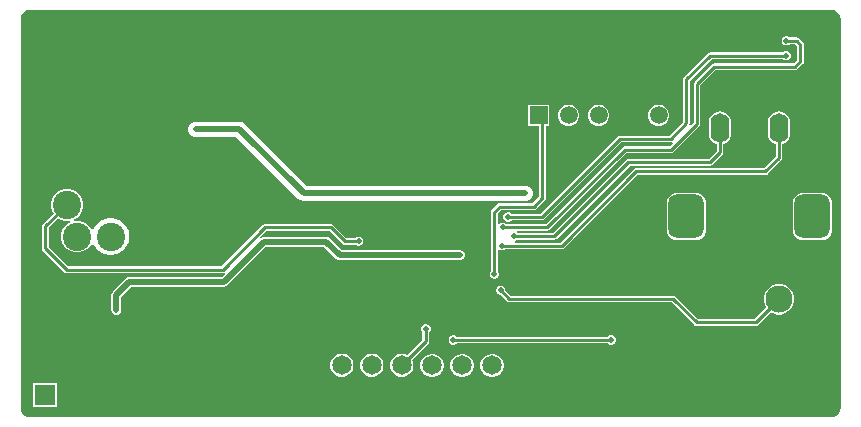
<source format=gtl>
G04*
G04 #@! TF.GenerationSoftware,Altium Limited,Altium Designer,23.8.1 (32)*
G04*
G04 Layer_Physical_Order=1*
G04 Layer_Color=16711680*
%FSLAX25Y25*%
%MOIN*%
G70*
G04*
G04 #@! TF.SameCoordinates,45B655E0-0CFB-48ED-97EE-2201F2EA58C2*
G04*
G04*
G04 #@! TF.FilePolarity,Positive*
G04*
G01*
G75*
%ADD11C,0.01000*%
%ADD21C,0.01968*%
%ADD22R,0.05906X0.05906*%
%ADD23C,0.05906*%
%ADD24C,0.09449*%
%ADD25C,0.06496*%
%ADD26R,0.06496X0.06496*%
%ADD27O,0.06299X0.09843*%
%ADD28C,0.09055*%
%ADD29R,0.06693X0.06693*%
G04:AMPARAMS|DCode=30|XSize=118.11mil|YSize=145.67mil|CornerRadius=29.53mil|HoleSize=0mil|Usage=FLASHONLY|Rotation=180.000|XOffset=0mil|YOffset=0mil|HoleType=Round|Shape=RoundedRectangle|*
%AMROUNDEDRECTD30*
21,1,0.11811,0.08661,0,0,180.0*
21,1,0.05906,0.14567,0,0,180.0*
1,1,0.05906,-0.02953,0.04331*
1,1,0.05906,0.02953,0.04331*
1,1,0.05906,0.02953,-0.04331*
1,1,0.05906,-0.02953,-0.04331*
%
%ADD30ROUNDEDRECTD30*%
%ADD31C,0.01968*%
G36*
X271654Y136669D02*
X272381Y136574D01*
X273059Y136293D01*
X273641Y135846D01*
X274088Y135264D01*
X274369Y134586D01*
X274465Y133858D01*
X274469D01*
Y3937D01*
X274465D01*
X274369Y3209D01*
X274088Y2531D01*
X273641Y1949D01*
X273059Y1503D01*
X272381Y1222D01*
X271654Y1126D01*
Y1122D01*
X3937D01*
Y1126D01*
X3209Y1222D01*
X2531Y1503D01*
X1949Y1949D01*
X1503Y2531D01*
X1222Y3209D01*
X1126Y3937D01*
X1122D01*
Y133858D01*
X1126D01*
X1222Y134586D01*
X1503Y135264D01*
X1949Y135846D01*
X2531Y136293D01*
X3209Y136574D01*
X3937Y136669D01*
Y136674D01*
X271654D01*
Y136669D01*
D02*
G37*
%LPC*%
G36*
X256715Y128084D02*
X256085D01*
X255503Y127843D01*
X255057Y127397D01*
X254816Y126815D01*
Y126185D01*
X255057Y125603D01*
X255503Y125157D01*
X256085Y124916D01*
X256715D01*
X257297Y125157D01*
X257519Y125378D01*
X259335D01*
X259979Y124735D01*
Y120065D01*
X258835Y118922D01*
X232300D01*
X232300Y118922D01*
X231871Y118836D01*
X231507Y118593D01*
X231507Y118593D01*
X225807Y112893D01*
X225564Y112529D01*
X225478Y112100D01*
X225479Y112100D01*
Y99265D01*
X224528Y98314D01*
X224284Y98440D01*
X224115Y98608D01*
X224186Y98965D01*
X224186Y98965D01*
Y113100D01*
X231465Y120378D01*
X255181D01*
X255403Y120157D01*
X255985Y119916D01*
X256615D01*
X257197Y120157D01*
X257643Y120603D01*
X257884Y121185D01*
Y121815D01*
X257643Y122397D01*
X257197Y122843D01*
X256615Y123084D01*
X255985D01*
X255403Y122843D01*
X255181Y122622D01*
X231000D01*
X230571Y122536D01*
X230207Y122293D01*
X230207Y122293D01*
X222271Y114357D01*
X222028Y113994D01*
X221943Y113565D01*
X221943Y113564D01*
Y99429D01*
X217371Y94857D01*
X200836D01*
X200835Y94857D01*
X200406Y94772D01*
X200043Y94529D01*
X174335Y68822D01*
X164819D01*
X164597Y69043D01*
X164015Y69284D01*
X163385D01*
X162803Y69043D01*
X162357Y68597D01*
X162116Y68015D01*
Y67385D01*
X162357Y66803D01*
X162803Y66357D01*
X163385Y66116D01*
X164015D01*
X164597Y66357D01*
X164819Y66578D01*
X174800D01*
X174800Y66578D01*
X175229Y66664D01*
X175593Y66907D01*
X201300Y92614D01*
X217835D01*
X217835Y92614D01*
X218192Y92685D01*
X218360Y92516D01*
X218486Y92272D01*
X217535Y91322D01*
X202600D01*
X202600Y91322D01*
X202171Y91236D01*
X201807Y90993D01*
X201807Y90993D01*
X176235Y65422D01*
X162910D01*
X162688Y65643D01*
X162106Y65884D01*
X161476D01*
X160893Y65643D01*
X160728Y65478D01*
X160228Y65685D01*
Y69042D01*
X161271Y70085D01*
X172206D01*
X172206Y70085D01*
X172635Y70170D01*
X172999Y70413D01*
X175893Y73307D01*
X176136Y73671D01*
X176222Y74100D01*
X176222Y74100D01*
Y98047D01*
X177353D01*
Y105153D01*
X170247D01*
Y98047D01*
X173978D01*
Y74565D01*
X171742Y72328D01*
X160806D01*
X160377Y72242D01*
X160013Y71999D01*
X160013Y71999D01*
X158313Y70299D01*
X158070Y69936D01*
X157985Y69506D01*
X157985Y69506D01*
Y49713D01*
X157763Y49491D01*
X157522Y48909D01*
Y48279D01*
X157763Y47696D01*
X158209Y47251D01*
X158791Y47009D01*
X159421D01*
X160004Y47251D01*
X160449Y47696D01*
X160691Y48279D01*
Y48909D01*
X160449Y49491D01*
X160228Y49713D01*
Y56625D01*
X160703Y56857D01*
X161285Y56616D01*
X161915D01*
X162497Y56857D01*
X162619Y56978D01*
X181600D01*
X181600Y56978D01*
X182029Y57064D01*
X182393Y57307D01*
X206865Y81778D01*
X249400D01*
X249400Y81778D01*
X249829Y81864D01*
X250193Y82107D01*
X254730Y86644D01*
X254730Y86644D01*
X254973Y87008D01*
X255059Y87437D01*
X255059Y87437D01*
Y92075D01*
X255828Y92394D01*
X256611Y92995D01*
X257212Y93778D01*
X257590Y94690D01*
X257719Y95669D01*
Y99213D01*
X257590Y100191D01*
X257212Y101104D01*
X256611Y101887D01*
X255828Y102488D01*
X254916Y102866D01*
X253937Y102995D01*
X252958Y102866D01*
X252046Y102488D01*
X251263Y101887D01*
X250662Y101104D01*
X250284Y100191D01*
X250155Y99213D01*
Y95669D01*
X250284Y94690D01*
X250662Y93778D01*
X251263Y92995D01*
X252046Y92394D01*
X252816Y92075D01*
Y87902D01*
X248935Y84022D01*
X206400D01*
X206400Y84022D01*
X205971Y83936D01*
X205607Y83693D01*
X205607Y83693D01*
X181135Y59222D01*
X165829D01*
X165815Y59716D01*
X166397Y59957D01*
X166619Y60178D01*
X179000D01*
X179000Y60178D01*
X179429Y60264D01*
X179793Y60507D01*
X204165Y84878D01*
X231000D01*
X231000Y84878D01*
X231429Y84964D01*
X231793Y85207D01*
X235045Y88459D01*
X235288Y88823D01*
X235373Y89252D01*
X235373Y89252D01*
Y92075D01*
X236143Y92394D01*
X236926Y92995D01*
X237527Y93778D01*
X237905Y94690D01*
X238034Y95669D01*
Y99213D01*
X237905Y100191D01*
X237527Y101104D01*
X236926Y101887D01*
X236143Y102488D01*
X235231Y102866D01*
X234252Y102995D01*
X233273Y102866D01*
X232361Y102488D01*
X231578Y101887D01*
X230977Y101104D01*
X230599Y100191D01*
X230470Y99213D01*
Y95669D01*
X230599Y94690D01*
X230977Y93778D01*
X231578Y92995D01*
X232361Y92394D01*
X233130Y92075D01*
Y89717D01*
X230535Y87122D01*
X203700D01*
X203271Y87036D01*
X202907Y86793D01*
X202907Y86793D01*
X178535Y62422D01*
X166696D01*
X166455Y62678D01*
X166632Y63178D01*
X176700D01*
X176700Y63178D01*
X177129Y63264D01*
X177493Y63507D01*
X203065Y89078D01*
X218000D01*
X218000Y89078D01*
X218429Y89164D01*
X218793Y89407D01*
X227393Y98007D01*
X227393Y98007D01*
X227636Y98371D01*
X227722Y98800D01*
X227722Y98800D01*
Y111635D01*
X232765Y116678D01*
X259300D01*
X259300Y116678D01*
X259729Y116764D01*
X260093Y117007D01*
X261893Y118807D01*
X261893Y118807D01*
X262136Y119171D01*
X262222Y119600D01*
Y125200D01*
X262222Y125200D01*
X262136Y125629D01*
X261893Y125993D01*
X261893Y125993D01*
X260593Y127293D01*
X260229Y127536D01*
X259800Y127622D01*
X259800Y127622D01*
X257519D01*
X257297Y127843D01*
X256715Y128084D01*
D02*
G37*
G36*
X214268Y105153D02*
X213332D01*
X212429Y104911D01*
X211619Y104443D01*
X210957Y103781D01*
X210489Y102971D01*
X210247Y102068D01*
Y101132D01*
X210489Y100229D01*
X210957Y99419D01*
X211619Y98757D01*
X212429Y98289D01*
X213332Y98047D01*
X214268D01*
X215171Y98289D01*
X215981Y98757D01*
X216643Y99419D01*
X217111Y100229D01*
X217353Y101132D01*
Y102068D01*
X217111Y102971D01*
X216643Y103781D01*
X215981Y104443D01*
X215171Y104911D01*
X214268Y105153D01*
D02*
G37*
G36*
X194268D02*
X193332D01*
X192429Y104911D01*
X191619Y104443D01*
X190957Y103781D01*
X190489Y102971D01*
X190247Y102068D01*
Y101132D01*
X190489Y100229D01*
X190957Y99419D01*
X191619Y98757D01*
X192429Y98289D01*
X193332Y98047D01*
X194268D01*
X195171Y98289D01*
X195981Y98757D01*
X196643Y99419D01*
X197111Y100229D01*
X197353Y101132D01*
Y102068D01*
X197111Y102971D01*
X196643Y103781D01*
X195981Y104443D01*
X195171Y104911D01*
X194268Y105153D01*
D02*
G37*
G36*
X184268D02*
X183332D01*
X182429Y104911D01*
X181619Y104443D01*
X180957Y103781D01*
X180489Y102971D01*
X180247Y102068D01*
Y101132D01*
X180489Y100229D01*
X180957Y99419D01*
X181619Y98757D01*
X182429Y98289D01*
X183332Y98047D01*
X184268D01*
X185171Y98289D01*
X185981Y98757D01*
X186643Y99419D01*
X187111Y100229D01*
X187353Y101132D01*
Y102068D01*
X187111Y102971D01*
X186643Y103781D01*
X185981Y104443D01*
X185171Y104911D01*
X184268Y105153D01*
D02*
G37*
G36*
X74100Y99533D02*
X59500D01*
X59255Y99484D01*
X59006D01*
X58775Y99389D01*
X58531Y99340D01*
X58323Y99202D01*
X58093Y99106D01*
X57916Y98930D01*
X57709Y98791D01*
X57570Y98584D01*
X57394Y98407D01*
X57298Y98177D01*
X57160Y97969D01*
X57111Y97725D01*
X57016Y97494D01*
Y97245D01*
X56967Y97000D01*
X57016Y96755D01*
Y96506D01*
X57111Y96275D01*
X57160Y96031D01*
X57298Y95823D01*
X57394Y95593D01*
X57570Y95416D01*
X57709Y95209D01*
X57916Y95070D01*
X58093Y94894D01*
X58323Y94798D01*
X58531Y94660D01*
X58775Y94611D01*
X59006Y94516D01*
X59255D01*
X59500Y94467D01*
X73051D01*
X93709Y73809D01*
X94531Y73260D01*
X95500Y73067D01*
X169400D01*
X169645Y73116D01*
X169894D01*
X170125Y73211D01*
X170369Y73260D01*
X170577Y73399D01*
X170807Y73494D01*
X170984Y73670D01*
X171191Y73809D01*
X171330Y74016D01*
X171506Y74193D01*
X171601Y74423D01*
X171740Y74631D01*
X171789Y74875D01*
X171884Y75106D01*
Y75355D01*
X171933Y75600D01*
X171884Y75845D01*
Y76094D01*
X171789Y76325D01*
X171740Y76569D01*
X171601Y76777D01*
X171506Y77007D01*
X171330Y77184D01*
X171191Y77391D01*
X170984Y77530D01*
X170807Y77706D01*
X170577Y77802D01*
X170369Y77940D01*
X170125Y77989D01*
X169894Y78084D01*
X169645D01*
X169400Y78133D01*
X96549D01*
X75891Y98791D01*
X75069Y99340D01*
X74100Y99533D01*
D02*
G37*
G36*
X268047Y75812D02*
X262142D01*
X261214Y75690D01*
X260350Y75332D01*
X259608Y74762D01*
X259038Y74020D01*
X258680Y73156D01*
X258558Y72228D01*
Y63567D01*
X258680Y62639D01*
X259038Y61775D01*
X259608Y61033D01*
X260350Y60464D01*
X261214Y60106D01*
X262142Y59983D01*
X268047D01*
X268975Y60106D01*
X269839Y60464D01*
X270581Y61033D01*
X271151Y61775D01*
X271509Y62639D01*
X271631Y63567D01*
Y72228D01*
X271509Y73156D01*
X271151Y74020D01*
X270581Y74762D01*
X269839Y75332D01*
X268975Y75690D01*
X268047Y75812D01*
D02*
G37*
G36*
X226047D02*
X220142D01*
X219214Y75690D01*
X218350Y75332D01*
X217608Y74762D01*
X217038Y74020D01*
X216680Y73156D01*
X216558Y72228D01*
Y63567D01*
X216680Y62639D01*
X217038Y61775D01*
X217608Y61033D01*
X218350Y60464D01*
X219214Y60106D01*
X220142Y59983D01*
X226047D01*
X226975Y60106D01*
X227839Y60464D01*
X228581Y61033D01*
X229151Y61775D01*
X229509Y62639D01*
X229631Y63567D01*
Y72228D01*
X229509Y73156D01*
X229151Y74020D01*
X228581Y74762D01*
X227839Y75332D01*
X226975Y75690D01*
X226047Y75812D01*
D02*
G37*
G36*
X17321Y77116D02*
X15919D01*
X14565Y76753D01*
X13351Y76052D01*
X12359Y75061D01*
X11658Y73847D01*
X11295Y72492D01*
Y71091D01*
X11658Y69736D01*
X12141Y68899D01*
X8607Y65365D01*
X8364Y65001D01*
X8278Y64572D01*
X8278Y64572D01*
Y57300D01*
X8278Y57300D01*
X8364Y56871D01*
X8607Y56507D01*
X15707Y49407D01*
X15707Y49407D01*
X16071Y49164D01*
X16500Y49078D01*
X16500Y49078D01*
X68500D01*
X68500Y49078D01*
X68929Y49164D01*
X69059Y49251D01*
X69378Y48862D01*
X68231Y47715D01*
X37400D01*
X36782Y47592D01*
X36258Y47242D01*
X31906Y42890D01*
X31556Y42366D01*
X31433Y41748D01*
Y36600D01*
X31464Y36444D01*
Y36285D01*
X31525Y36138D01*
X31556Y35982D01*
X31644Y35850D01*
X31705Y35703D01*
X31817Y35590D01*
X31906Y35458D01*
X32038Y35369D01*
X32151Y35257D01*
X32298Y35196D01*
X32430Y35108D01*
X32586Y35077D01*
X32733Y35016D01*
X32892D01*
X33048Y34985D01*
X33204Y35016D01*
X33363D01*
X33510Y35077D01*
X33666Y35108D01*
X33798Y35196D01*
X33945Y35257D01*
X34058Y35369D01*
X34190Y35458D01*
X34279Y35590D01*
X34391Y35703D01*
X34452Y35850D01*
X34540Y35982D01*
X34571Y36138D01*
X34632Y36285D01*
Y36444D01*
X34663Y36600D01*
Y41079D01*
X38069Y44485D01*
X68900D01*
X69518Y44608D01*
X70042Y44958D01*
X82969Y57885D01*
X102331D01*
X106358Y53858D01*
X106882Y53508D01*
X107500Y53385D01*
X147700D01*
X147856Y53416D01*
X148015D01*
X148162Y53477D01*
X148318Y53508D01*
X148450Y53596D01*
X148597Y53657D01*
X148710Y53769D01*
X148842Y53858D01*
X148931Y53990D01*
X149043Y54103D01*
X149104Y54250D01*
X149192Y54382D01*
X149223Y54538D01*
X149284Y54685D01*
Y54844D01*
X149315Y55000D01*
X149284Y55156D01*
Y55315D01*
X149223Y55462D01*
X149192Y55618D01*
X149104Y55750D01*
X149043Y55897D01*
X148931Y56010D01*
X148842Y56142D01*
X148710Y56231D01*
X148597Y56343D01*
X148450Y56404D01*
X148318Y56492D01*
X148162Y56523D01*
X148015Y56584D01*
X147856D01*
X147700Y56615D01*
X108169D01*
X104142Y60642D01*
X103618Y60992D01*
X103000Y61115D01*
X82300D01*
X81682Y60992D01*
X81392Y60798D01*
X81073Y61187D01*
X83065Y63178D01*
X104135D01*
X108507Y58807D01*
X108507Y58807D01*
X108871Y58564D01*
X109300Y58478D01*
X112681D01*
X112903Y58257D01*
X113485Y58016D01*
X114115D01*
X114697Y58257D01*
X115143Y58703D01*
X115384Y59285D01*
Y59915D01*
X115143Y60497D01*
X114697Y60943D01*
X114115Y61184D01*
X113485D01*
X112903Y60943D01*
X112681Y60722D01*
X109765D01*
X105393Y65093D01*
X105029Y65336D01*
X104600Y65422D01*
X104600Y65422D01*
X82600D01*
X82600Y65422D01*
X82171Y65336D01*
X81807Y65093D01*
X81807Y65093D01*
X68035Y51322D01*
X16965D01*
X10522Y57765D01*
Y64107D01*
X13728Y67313D01*
X14565Y66830D01*
X15919Y66467D01*
X17321D01*
X17595Y66541D01*
X17788Y66075D01*
X16776Y65491D01*
X15785Y64499D01*
X15084Y63285D01*
X14721Y61931D01*
Y60529D01*
X15084Y59175D01*
X15785Y57961D01*
X16776Y56969D01*
X17990Y56268D01*
X19345Y55905D01*
X20746D01*
X22101Y56268D01*
X23315Y56969D01*
X24306Y57961D01*
X24833Y58873D01*
X25390Y58837D01*
X25620Y58282D01*
X26301Y57262D01*
X27168Y56395D01*
X28187Y55714D01*
X29320Y55245D01*
X30523Y55006D01*
X31749D01*
X32951Y55245D01*
X34084Y55714D01*
X35103Y56395D01*
X35970Y57262D01*
X36652Y58282D01*
X37121Y59414D01*
X37360Y60617D01*
Y61843D01*
X37121Y63046D01*
X36652Y64178D01*
X35970Y65198D01*
X35103Y66065D01*
X34084Y66746D01*
X32951Y67215D01*
X31749Y67454D01*
X30523D01*
X29320Y67215D01*
X28187Y66746D01*
X27168Y66065D01*
X26301Y65198D01*
X25620Y64178D01*
X25390Y63623D01*
X24833Y63586D01*
X24306Y64499D01*
X23315Y65491D01*
X22101Y66192D01*
X20746Y66554D01*
X19345D01*
X19070Y66481D01*
X18877Y66947D01*
X19889Y67531D01*
X20880Y68522D01*
X21581Y69736D01*
X21944Y71091D01*
Y72492D01*
X21581Y73847D01*
X20880Y75061D01*
X19889Y76052D01*
X18675Y76753D01*
X17321Y77116D01*
D02*
G37*
G36*
X254612Y45482D02*
X253262D01*
X251958Y45132D01*
X250789Y44457D01*
X249834Y43503D01*
X249159Y42333D01*
X248810Y41029D01*
Y39679D01*
X249159Y38375D01*
X249603Y37606D01*
X245718Y33722D01*
X226965D01*
X219539Y41147D01*
X219175Y41390D01*
X218746Y41476D01*
X218746Y41476D01*
X164556D01*
X162730Y43302D01*
Y43615D01*
X162488Y44197D01*
X162043Y44643D01*
X161460Y44884D01*
X160830D01*
X160248Y44643D01*
X159802Y44197D01*
X159561Y43615D01*
Y42985D01*
X159802Y42403D01*
X160248Y41957D01*
X160830Y41716D01*
X161143D01*
X163298Y39561D01*
X163298Y39561D01*
X163662Y39318D01*
X164091Y39233D01*
X164091Y39233D01*
X218281D01*
X225707Y31807D01*
X225707Y31807D01*
X226071Y31564D01*
X226500Y31478D01*
X226500Y31478D01*
X246183D01*
X246183Y31478D01*
X246612Y31564D01*
X246976Y31807D01*
X251189Y36020D01*
X251958Y35576D01*
X253262Y35227D01*
X254612D01*
X255916Y35576D01*
X257085Y36251D01*
X258040Y37206D01*
X258715Y38375D01*
X259065Y39679D01*
Y41029D01*
X258715Y42333D01*
X258040Y43503D01*
X257085Y44457D01*
X255916Y45132D01*
X254612Y45482D01*
D02*
G37*
G36*
X198302Y28271D02*
X197671D01*
X197089Y28030D01*
X196868Y27808D01*
X146532D01*
X146311Y28030D01*
X145729Y28271D01*
X145098D01*
X144516Y28030D01*
X144070Y27584D01*
X143829Y27002D01*
Y26371D01*
X144070Y25789D01*
X144516Y25343D01*
X145098Y25102D01*
X145729D01*
X146311Y25343D01*
X146532Y25565D01*
X196868D01*
X197089Y25343D01*
X197671Y25102D01*
X198302D01*
X198884Y25343D01*
X199329Y25789D01*
X199571Y26371D01*
Y27002D01*
X199329Y27584D01*
X198884Y28030D01*
X198302Y28271D01*
D02*
G37*
G36*
X136525Y32094D02*
X135895D01*
X135313Y31853D01*
X134867Y31408D01*
X134626Y30825D01*
Y30195D01*
X134867Y29613D01*
X135089Y29391D01*
Y26771D01*
X130055Y21737D01*
X129729Y21926D01*
X128750Y22188D01*
X127737D01*
X126759Y21926D01*
X125881Y21419D01*
X125165Y20703D01*
X124658Y19825D01*
X124396Y18847D01*
Y17833D01*
X124658Y16855D01*
X125165Y15977D01*
X125881Y15261D01*
X126759Y14754D01*
X127737Y14492D01*
X128750D01*
X129729Y14754D01*
X130606Y15261D01*
X131323Y15977D01*
X131830Y16855D01*
X132092Y17833D01*
Y18847D01*
X131830Y19825D01*
X131641Y20151D01*
X137003Y25513D01*
X137003Y25513D01*
X137246Y25877D01*
X137332Y26306D01*
X137332Y26307D01*
Y29391D01*
X137553Y29613D01*
X137794Y30195D01*
Y30825D01*
X137553Y31408D01*
X137108Y31853D01*
X136525Y32094D01*
D02*
G37*
G36*
X118750Y22188D02*
X117737D01*
X116759Y21926D01*
X115881Y21419D01*
X115165Y20703D01*
X114658Y19825D01*
X114396Y18847D01*
Y17833D01*
X114658Y16855D01*
X115165Y15977D01*
X115881Y15261D01*
X116759Y14754D01*
X117737Y14492D01*
X118750D01*
X119729Y14754D01*
X120607Y15261D01*
X121323Y15977D01*
X121830Y16855D01*
X122092Y17833D01*
Y18847D01*
X121830Y19825D01*
X121323Y20703D01*
X120607Y21419D01*
X119729Y21926D01*
X118750Y22188D01*
D02*
G37*
G36*
X108750D02*
X107737D01*
X106758Y21926D01*
X105881Y21419D01*
X105165Y20703D01*
X104658Y19825D01*
X104396Y18847D01*
Y17833D01*
X104658Y16855D01*
X105165Y15977D01*
X105881Y15261D01*
X106758Y14754D01*
X107737Y14492D01*
X108750D01*
X109729Y14754D01*
X110607Y15261D01*
X111323Y15977D01*
X111830Y16855D01*
X112092Y17833D01*
Y18847D01*
X111830Y19825D01*
X111323Y20703D01*
X110607Y21419D01*
X109729Y21926D01*
X108750Y22188D01*
D02*
G37*
G36*
X158802Y22092D02*
X157789D01*
X156810Y21830D01*
X155932Y21324D01*
X155216Y20607D01*
X154709Y19730D01*
X154447Y18751D01*
Y17738D01*
X154709Y16759D01*
X155216Y15882D01*
X155932Y15165D01*
X156810Y14659D01*
X157789Y14396D01*
X158802D01*
X159780Y14659D01*
X160658Y15165D01*
X161374Y15882D01*
X161881Y16759D01*
X162143Y17738D01*
Y18751D01*
X161881Y19730D01*
X161374Y20607D01*
X160658Y21324D01*
X159780Y21830D01*
X158802Y22092D01*
D02*
G37*
G36*
X148802D02*
X147789D01*
X146810Y21830D01*
X145932Y21324D01*
X145216Y20607D01*
X144709Y19730D01*
X144447Y18751D01*
Y17738D01*
X144709Y16759D01*
X145216Y15882D01*
X145932Y15165D01*
X146810Y14659D01*
X147789Y14396D01*
X148802D01*
X149780Y14659D01*
X150658Y15165D01*
X151374Y15882D01*
X151881Y16759D01*
X152143Y17738D01*
Y18751D01*
X151881Y19730D01*
X151374Y20607D01*
X150658Y21324D01*
X149780Y21830D01*
X148802Y22092D01*
D02*
G37*
G36*
X138802D02*
X137788D01*
X136810Y21830D01*
X135932Y21324D01*
X135216Y20607D01*
X134709Y19730D01*
X134447Y18751D01*
Y17738D01*
X134709Y16759D01*
X135216Y15882D01*
X135932Y15165D01*
X136810Y14659D01*
X137788Y14396D01*
X138802D01*
X139780Y14659D01*
X140658Y15165D01*
X141374Y15882D01*
X141881Y16759D01*
X142143Y17738D01*
Y18751D01*
X141881Y19730D01*
X141374Y20607D01*
X140658Y21324D01*
X139780Y21830D01*
X138802Y22092D01*
D02*
G37*
G36*
X13153Y12389D02*
X5260D01*
Y4496D01*
X13153D01*
Y12389D01*
D02*
G37*
%LPD*%
D11*
X160806Y71206D02*
X172206D01*
X175100Y74100D02*
Y100300D01*
X172206Y71206D02*
X175100Y74100D01*
X159106Y48594D02*
Y69506D01*
X160806Y71206D01*
X163700Y67700D02*
X174800D01*
X200835Y93735D01*
X145413Y26686D02*
X197986D01*
X16500Y50200D02*
X68500D01*
X82600Y64300D02*
X104600D01*
X68500Y50200D02*
X82600Y64300D01*
X176700D02*
X202600Y90200D01*
X218000D01*
X161791Y64300D02*
X176700D01*
X161700Y58100D02*
X181600D01*
X179000Y61300D02*
X203700Y86000D01*
X206400Y82900D02*
X249400D01*
X203700Y86000D02*
X231000D01*
X165500Y61300D02*
X179000D01*
X200835Y93735D02*
X217835D01*
X181600Y58100D02*
X206400Y82900D01*
X161600Y58200D02*
X161700Y58100D01*
X109300Y59600D02*
X113800D01*
X104600Y64300D02*
X109300Y59600D01*
X173800Y101600D02*
X175100Y100300D01*
X234252Y89252D02*
Y97441D01*
X231000Y86000D02*
X234252Y89252D01*
X223064Y98965D02*
Y113565D01*
X218000Y90200D02*
X226600Y98800D01*
Y112100D01*
X217835Y93735D02*
X223064Y98965D01*
X253937Y87437D02*
Y97441D01*
X249400Y82900D02*
X253937Y87437D01*
X231000Y121500D02*
X256300D01*
X232300Y117800D02*
X259300D01*
X226600Y112100D02*
X232300Y117800D01*
X223064Y113565D02*
X231000Y121500D01*
X161145Y43300D02*
X164091Y40354D01*
X218746D02*
X226500Y32600D01*
X164091Y40354D02*
X218746D01*
X226500Y32600D02*
X246183D01*
X253937Y40354D01*
X259300Y117800D02*
X261100Y119600D01*
X259800Y126500D02*
X261100Y125200D01*
Y119600D02*
Y125200D01*
X256400Y126500D02*
X259800D01*
X9400Y57300D02*
X16500Y50200D01*
X9400Y57300D02*
Y64572D01*
X16620Y71791D01*
X136210Y26306D02*
Y30510D01*
X128244Y18340D02*
X136210Y26306D01*
D21*
X74100Y97000D02*
X95500Y75600D01*
X59500Y97000D02*
X74100D01*
X95500Y75600D02*
X169400D01*
X103000Y59500D02*
X107500Y55000D01*
X147700D01*
X96500Y59500D02*
X103000D01*
X37400Y46100D02*
X68900D01*
X82300Y59500D02*
X96500D01*
X68900Y46100D02*
X82300Y59500D01*
X33048Y36600D02*
Y41748D01*
X37400Y46100D01*
D22*
X173800Y101600D02*
D03*
D23*
X183800D02*
D03*
X193800D02*
D03*
X203800D02*
D03*
X213800D02*
D03*
D24*
X20046Y61230D02*
D03*
X31136D02*
D03*
X34561Y71791D02*
D03*
X25591Y78367D02*
D03*
X16620Y71791D02*
D03*
D25*
X128244Y18340D02*
D03*
X118244D02*
D03*
X138295Y18244D02*
D03*
X108244Y18340D02*
D03*
X148295Y18244D02*
D03*
X158295D02*
D03*
D26*
X168295Y18254D02*
D03*
D27*
X253937Y97441D02*
D03*
X234252D02*
D03*
X244094D02*
D03*
D28*
X253937Y40354D02*
D03*
X234252D02*
D03*
D29*
X9206Y8443D02*
D03*
D30*
X223095Y67898D02*
D03*
X265094D02*
D03*
D31*
X113200Y7600D02*
D03*
X91200Y43300D02*
D03*
X114600Y47200D02*
D03*
X133500Y90900D02*
D03*
X139200Y81500D02*
D03*
X179140Y77583D02*
D03*
X258500Y112000D02*
D03*
X217000Y111500D02*
D03*
X214400Y116000D02*
D03*
X209200Y133700D02*
D03*
X202800Y133900D02*
D03*
X196600Y133800D02*
D03*
X164100Y133500D02*
D03*
X157400Y133800D02*
D03*
X150400Y133500D02*
D03*
X44900Y131400D02*
D03*
X38600Y131600D02*
D03*
X32600Y131200D02*
D03*
X26900Y131400D02*
D03*
X21500D02*
D03*
X33500Y9500D02*
D03*
X33100Y16800D02*
D03*
X79200Y13700D02*
D03*
X65400Y21000D02*
D03*
X66000Y16200D02*
D03*
X99100Y33600D02*
D03*
X97100Y13700D02*
D03*
X97200Y18400D02*
D03*
X215600Y33700D02*
D03*
X178200Y55200D02*
D03*
X160400Y33100D02*
D03*
X155500Y36500D02*
D03*
X140400Y47000D02*
D03*
X146300Y50700D02*
D03*
X98800Y89800D02*
D03*
X108400Y91000D02*
D03*
X108800Y97100D02*
D03*
X99100Y96500D02*
D03*
X84200Y76700D02*
D03*
X108300Y84400D02*
D03*
X89400Y97200D02*
D03*
X59500Y97000D02*
D03*
X163700Y67700D02*
D03*
X147700Y55000D02*
D03*
X161600Y58200D02*
D03*
X159106Y48594D02*
D03*
X161791Y64300D02*
D03*
X256400Y126500D02*
D03*
X256300Y121500D02*
D03*
X96500Y59500D02*
D03*
X169400Y75600D02*
D03*
X197986Y26686D02*
D03*
X145413D02*
D03*
X161145Y43300D02*
D03*
X165500Y61300D02*
D03*
X33048Y36600D02*
D03*
X113800Y59600D02*
D03*
X136210Y30510D02*
D03*
M02*

</source>
